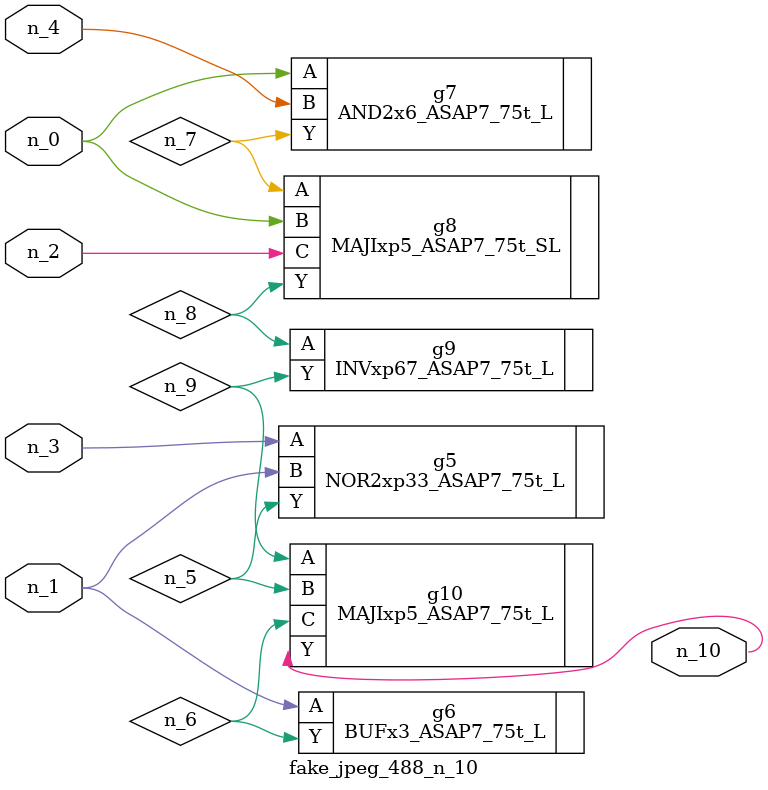
<source format=v>
module fake_jpeg_488_n_10 (n_3, n_2, n_1, n_0, n_4, n_10);

input n_3;
input n_2;
input n_1;
input n_0;
input n_4;

output n_10;

wire n_8;
wire n_9;
wire n_6;
wire n_5;
wire n_7;

NOR2xp33_ASAP7_75t_L g5 ( 
.A(n_3),
.B(n_1),
.Y(n_5)
);

BUFx3_ASAP7_75t_L g6 ( 
.A(n_1),
.Y(n_6)
);

AND2x6_ASAP7_75t_L g7 ( 
.A(n_0),
.B(n_4),
.Y(n_7)
);

MAJIxp5_ASAP7_75t_SL g8 ( 
.A(n_7),
.B(n_0),
.C(n_2),
.Y(n_8)
);

INVxp67_ASAP7_75t_L g9 ( 
.A(n_8),
.Y(n_9)
);

MAJIxp5_ASAP7_75t_L g10 ( 
.A(n_9),
.B(n_5),
.C(n_6),
.Y(n_10)
);


endmodule
</source>
